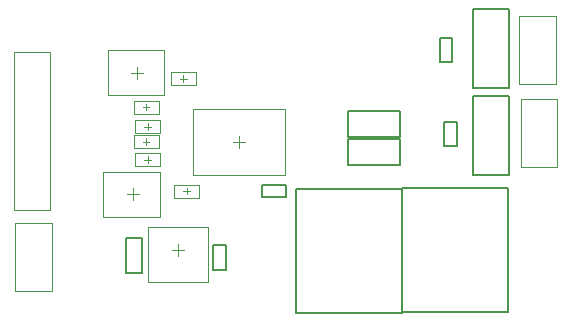
<source format=gbr>
G04*
G04 #@! TF.GenerationSoftware,Altium Limited,Altium Designer,23.3.1 (30)*
G04*
G04 Layer_Color=32768*
%FSLAX44Y44*%
%MOMM*%
G71*
G04*
G04 #@! TF.SameCoordinates,C21C2CC1-9CAE-44D3-A5A2-357AACA34620*
G04*
G04*
G04 #@! TF.FilePolarity,Positive*
G04*
G01*
G75*
%ADD11C,0.2000*%
%ADD43C,0.1000*%
%ADD44C,0.0500*%
D11*
X1230080Y606630D02*
Y711630D01*
X1320080D01*
Y606630D02*
Y711630D01*
X1230080Y606630D02*
X1320080D01*
X1139910Y605360D02*
Y710360D01*
X1229910D01*
Y605360D02*
Y710360D01*
X1139910Y605360D02*
X1229910D01*
X1010361Y639489D02*
Y668611D01*
X996239Y639489D02*
X1010361D01*
X996239D02*
Y668611D01*
X1010361D01*
X1081052Y642003D02*
Y662728D01*
X1070328Y642003D02*
X1081052D01*
X1070328D02*
Y662728D01*
X1081052D01*
X1111342Y703298D02*
Y714022D01*
Y703298D02*
X1132067D01*
Y714022D01*
X1111342D02*
X1132067D01*
X1184459Y730639D02*
Y752721D01*
Y730639D02*
X1228541D01*
Y752721D01*
X1184459D02*
X1228541D01*
X1184459Y754769D02*
Y776851D01*
Y754769D02*
X1228541D01*
Y776851D01*
X1184459D02*
X1228541D01*
X1320510Y795810D02*
Y862810D01*
X1290610Y795810D02*
X1320510D01*
X1290610D02*
Y862810D01*
X1320510D01*
X1272822Y817678D02*
Y838402D01*
X1262098Y817678D02*
X1272822D01*
X1262098D02*
Y838402D01*
X1272822D01*
X1320510Y722150D02*
Y789150D01*
X1290610Y722150D02*
X1320510D01*
X1290610D02*
Y789150D01*
X1320510D01*
X1276632Y746558D02*
Y767282D01*
X1265908Y746558D02*
X1276632D01*
X1265908D02*
Y767282D01*
X1276632D01*
D43*
X997030Y706120D02*
X1007030D01*
X1002030Y701120D02*
Y711120D01*
X1040370Y654075D02*
Y664075D01*
X1035370Y659075D02*
X1045370D01*
X1000840Y808990D02*
X1010840D01*
X1005840Y803990D02*
Y813990D01*
X1087200Y750570D02*
X1097200D01*
X1092200Y745570D02*
Y755570D01*
X1011980Y735330D02*
X1017480D01*
X1014730Y732580D02*
Y738080D01*
X1010710Y750570D02*
X1016210D01*
X1013460Y747820D02*
Y753320D01*
X1044880Y801160D02*
Y806660D01*
X1042130Y803910D02*
X1047630D01*
X1047750Y705910D02*
Y711410D01*
X1045000Y708660D02*
X1050500D01*
X1010710Y779780D02*
X1016210D01*
X1013460Y777030D02*
Y782530D01*
X1011980Y763270D02*
X1017480D01*
X1014730Y760520D02*
Y766020D01*
D44*
X977030Y725120D02*
X1025030D01*
X977030Y687120D02*
Y725120D01*
Y687120D02*
X1025030D01*
Y725120D01*
X1014870Y631350D02*
X1065870D01*
X1014870Y678350D02*
X1065870D01*
X1014870Y631350D02*
Y678350D01*
X1065870Y631350D02*
Y678350D01*
X980840Y827990D02*
X1028840D01*
X980840Y789990D02*
Y827990D01*
Y789990D02*
X1028840D01*
Y827990D01*
X1053200Y722570D02*
Y778570D01*
X1131200Y722570D02*
Y778570D01*
X1053200D02*
X1131200D01*
X1053200Y722570D02*
X1131200D01*
X1004230Y729830D02*
Y740830D01*
X1025230Y729830D02*
Y740830D01*
X1004230D02*
X1025230D01*
X1004230Y729830D02*
X1025230D01*
X1002960Y745070D02*
Y756070D01*
X1023960Y745070D02*
Y756070D01*
X1002960D02*
X1023960D01*
X1002960Y745070D02*
X1023960D01*
X1034380Y809410D02*
X1055380D01*
X1034380Y798410D02*
X1055380D01*
X1034380D02*
Y809410D01*
X1055380Y798410D02*
Y809410D01*
X1037250Y714160D02*
X1058250D01*
X1037250Y703160D02*
X1058250D01*
X1037250D02*
Y714160D01*
X1058250Y703160D02*
Y714160D01*
X902760Y623880D02*
X933660D01*
Y681680D01*
X902760D02*
X933660D01*
X902760Y623880D02*
Y681680D01*
X1002960Y774280D02*
Y785280D01*
X1023960Y774280D02*
Y785280D01*
X1002960D02*
X1023960D01*
X1002960Y774280D02*
X1023960D01*
X1004230Y757770D02*
Y768770D01*
X1025230Y757770D02*
Y768770D01*
X1004230D02*
X1025230D01*
X1004230Y757770D02*
X1025230D01*
X1329480Y799140D02*
X1360380D01*
Y856940D01*
X1329480D02*
X1360380D01*
X1329480Y799140D02*
Y856940D01*
X901490Y692460D02*
X932390D01*
Y826460D01*
X901490D02*
X932390D01*
X901490Y692460D02*
Y826460D01*
X1330750Y729290D02*
X1361650D01*
Y787090D01*
X1330750D02*
X1361650D01*
X1330750Y729290D02*
Y787090D01*
M02*

</source>
